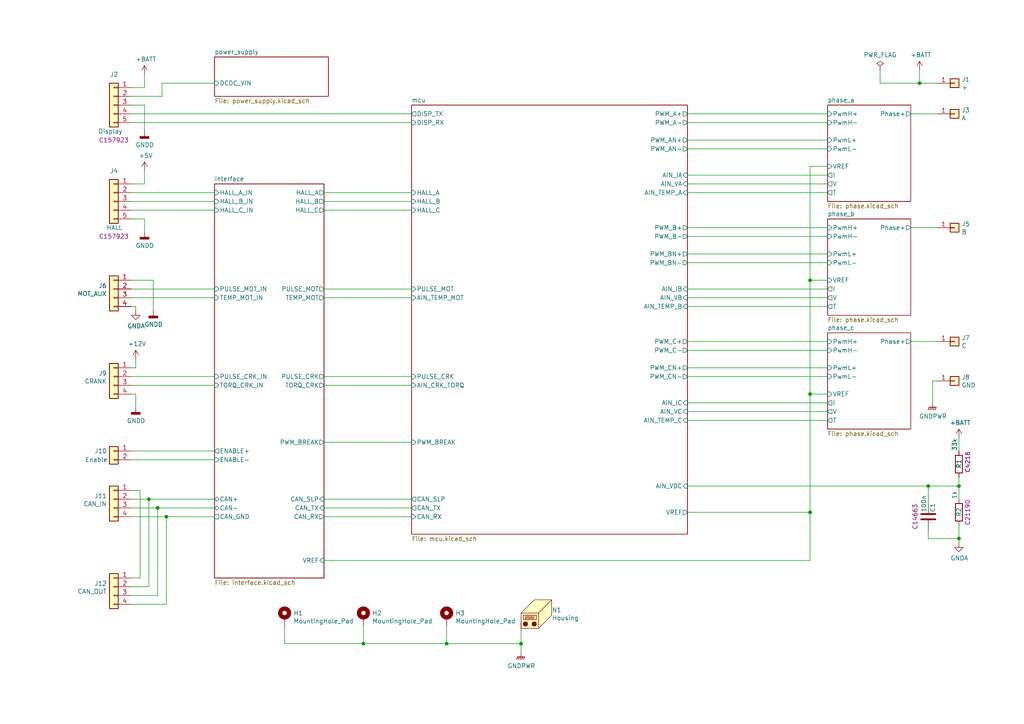
<source format=kicad_sch>
(kicad_sch (version 20211123) (generator eeschema)
  (paper "A4")
  (title_block (title "UNIMOC Hardware 4850") (date "2021-03-28") (rev "2") (company "Thunderdrive GmbH") (comment 4 "Autor: Alexander Evers <tecnologic86@gmail.com>"))
  (lib_symbols
    (symbol "Connector_Generic:Conn_01x01" (pin_names (offset 1.016) hide)
      (property "Reference" "J" (at 0 2.54 0))
      (property "Value" "Conn_01x01" (at 0 -2.54 0))
      (symbol "Conn_01x01_1_1"
        (rectangle (start -1.27 0.127) (end 0 -0.127) (stroke (width 0.1524)))
        (rectangle (start -1.27 1.27) (end 1.27 -1.27) (stroke (width 0.254)) (fill (type background)))
        (pin passive line (at -5.08 0 0) (length 3.81) (name "Pin_1") (number "1"))
      )
    )
    (symbol "Connector_Generic:Conn_01x02" (pin_names (offset 1.016) hide)
      (property "Reference" "J" (at 0 2.54 0))
      (property "Value" "Conn_01x02" (at 0 -5.08 0))
      (symbol "Conn_01x02_1_1"
        (rectangle (start -1.27 -2.413) (end 0 -2.667) (stroke (width 0.1524)))
        (rectangle (start -1.27 0.127) (end 0 -0.127) (stroke (width 0.1524)))
        (rectangle (start -1.27 1.27) (end 1.27 -3.81) (stroke (width 0.254)) (fill (type background)))
        (pin passive line (at -5.08 0 0) (length 3.81) (name "Pin_1") (number "1"))
        (pin passive line (at -5.08 -2.54 0) (length 3.81) (name "Pin_2") (number "2"))
      )
    )
    (symbol "Connector_Generic:Conn_01x04" (pin_names (offset 1.016) hide)
      (property "Reference" "J" (at 0 5.08 0))
      (property "Value" "Conn_01x04" (at 0 -7.62 0))
      (symbol "Conn_01x04_1_1"
        (rectangle (start -1.27 -4.953) (end 0 -5.207) (stroke (width 0.1524)))
        (rectangle (start -1.27 -2.413) (end 0 -2.667) (stroke (width 0.1524)))
        (rectangle (start -1.27 0.127) (end 0 -0.127) (stroke (width 0.1524)))
        (rectangle (start -1.27 2.667) (end 0 2.413) (stroke (width 0.1524)))
        (rectangle (start -1.27 3.81) (end 1.27 -6.35) (stroke (width 0.254)) (fill (type background)))
        (pin passive line (at -5.08 2.54 0) (length 3.81) (name "Pin_1") (number "1"))
        (pin passive line (at -5.08 0 0) (length 3.81) (name "Pin_2") (number "2"))
        (pin passive line (at -5.08 -2.54 0) (length 3.81) (name "Pin_3") (number "3"))
        (pin passive line (at -5.08 -5.08 0) (length 3.81) (name "Pin_4") (number "4"))
      )
    )
    (symbol "Connector_Generic:Conn_01x05" (pin_names (offset 1.016) hide)
      (property "Reference" "J" (at 0 7.62 0))
      (property "Value" "Conn_01x05" (at 0 -7.62 0))
      (symbol "Conn_01x05_1_1"
        (rectangle (start -1.27 -4.953) (end 0 -5.207) (stroke (width 0.1524)))
        (rectangle (start -1.27 -2.413) (end 0 -2.667) (stroke (width 0.1524)))
        (rectangle (start -1.27 0.127) (end 0 -0.127) (stroke (width 0.1524)))
        (rectangle (start -1.27 2.667) (end 0 2.413) (stroke (width 0.1524)))
        (rectangle (start -1.27 5.207) (end 0 4.953) (stroke (width 0.1524)))
        (rectangle (start -1.27 6.35) (end 1.27 -6.35) (stroke (width 0.254)) (fill (type background)))
        (pin passive line (at -5.08 5.08 0) (length 3.81) (name "Pin_1") (number "1"))
        (pin passive line (at -5.08 2.54 0) (length 3.81) (name "Pin_2") (number "2"))
        (pin passive line (at -5.08 0 0) (length 3.81) (name "Pin_3") (number "3"))
        (pin passive line (at -5.08 -2.54 0) (length 3.81) (name "Pin_4") (number "4"))
        (pin passive line (at -5.08 -5.08 0) (length 3.81) (name "Pin_5") (number "5"))
      )
    )
    (symbol "Device:C" (pin_numbers hide) (pin_names (offset 0.254))
      (property "Reference" "C" (at 0.635 2.54 0))
      (property "Value" "C" (at 0.635 -2.54 0))
      (symbol "C_0_1"
        (polyline (pts (xy -2.032 -0.762) (xy 2.032 -0.762)) (stroke (width 0.508)))
        (polyline (pts (xy -2.032 0.762) (xy 2.032 0.762)) (stroke (width 0.508)))
      )
      (symbol "C_1_1"
        (pin passive line (at 0 3.81 270) (length 2.794) (name "~") (number "1"))
        (pin passive line (at 0 -3.81 90) (length 2.794) (name "~") (number "2"))
      )
    )
    (symbol "Device:R" (pin_numbers hide) (pin_names (offset 0))
      (property "Reference" "R" (at 2.032 0 90))
      (property "Value" "R" (at 0 0 90))
      (symbol "R_0_1"
        (rectangle (start -1.016 -2.54) (end 1.016 2.54) (stroke (width 0.254)))
      )
      (symbol "R_1_1"
        (pin passive line (at 0 3.81 270) (length 1.27) (name "~") (number "1"))
        (pin passive line (at 0 -3.81 90) (length 1.27) (name "~") (number "2"))
      )
    )
    (symbol "Mechanical:Housing_Pad" (pin_numbers hide) (pin_names (offset 1.016) hide)
      (property "Reference" "N" (at 4.445 0 0))
      (property "Value" "Housing_Pad" (at 4.445 -1.905 0))
      (symbol "Housing_Pad_0_1"
        (rectangle (start -4.445 -0.635) (end -0.635 -1.905))
        (circle (center -3.81 -3.175) (radius 0.635) (fill (type outline)))
        (circle (center -1.27 -3.175) (radius 0.635) (fill (type outline)))
        (polyline (pts (xy -3.8862 -1.5748) (xy -3.8354 -1.3716)))
        (polyline (pts (xy -3.7846 -1.6764) (xy -3.429 -1.6764)))
        (polyline (pts (xy -3.7846 -1.2192) (xy -3.7338 -0.9652)))
        (polyline (pts (xy -3.683 -1.3208) (xy -3.3782 -1.3208)))
        (polyline (pts (xy -3.5814 -0.9144) (xy -3.2766 -0.9144)))
        (polyline (pts (xy -3.2766 -1.6256) (xy -3.2258 -1.3716)))
        (polyline (pts (xy -3.175 -1.2192) (xy -3.1242 -0.9652)))
        (polyline (pts (xy -2.9718 -1.5748) (xy -2.921 -1.3716)))
        (polyline (pts (xy -2.8702 -1.6764) (xy -2.5146 -1.6764)))
        (polyline (pts (xy -2.8702 -1.2192) (xy -2.8194 -0.9652)))
        (polyline (pts (xy -2.7686 -1.3208) (xy -2.4638 -1.3208)))
        (polyline (pts (xy -2.667 -0.9144) (xy -2.3622 -0.9144)))
        (polyline (pts (xy -2.3622 -1.6256) (xy -2.3114 -1.3716)))
        (polyline (pts (xy -2.2606 -1.2192) (xy -2.2098 -0.9652)))
        (polyline (pts (xy -2.0574 -1.5748) (xy -2.0066 -1.3716)))
        (polyline (pts (xy -1.9558 -1.6764) (xy -1.6002 -1.6764)))
        (polyline (pts (xy -1.9558 -1.2192) (xy -1.905 -0.9652)))
        (polyline (pts (xy -1.8542 -1.3208) (xy -1.5494 -1.3208)))
        (polyline (pts (xy -1.7526 -0.9144) (xy -1.4478 -0.9144)))
        (polyline (pts (xy -1.4478 -1.6256) (xy -1.397 -1.3716)))
        (polyline (pts (xy -1.3462 -1.2192) (xy -1.2954 -0.9652)))
        (polyline (pts (xy 0 0) (xy 0 -4.445)))
        (polyline (pts (xy -5.08 0) (xy 0 0) (xy 3.81 3.81)))
        (polyline (pts (xy -5.08 0) (xy -5.08 -4.445) (xy 0 -4.445) (xy 3.81 -0.635) (xy 3.81 3.81) (xy -1.27 3.81) (xy -5.08 0)) (fill (type background)))
      )
      (symbol "Housing_Pad_1_1"
        (pin input line (at -5.08 -5.08 90) (length 2.54) (name "PAD") (number "1"))
      )
    )
    (symbol "Mechanical:MountingHole_Pad" (pin_numbers hide) (pin_names (offset 1.016) hide)
      (property "Reference" "H" (at 0 6.35 0))
      (property "Value" "MountingHole_Pad" (at 0 4.445 0))
      (symbol "MountingHole_Pad_0_1"
        (circle (center 0 1.27) (radius 1.27) (stroke (width 1.27)))
      )
      (symbol "MountingHole_Pad_1_1"
        (pin input line (at 0 -2.54 90) (length 2.54) (name "1") (number "1"))
      )
    )
    (symbol "power:+12V" (power) (pin_names (offset 0))
      (property "Value" "+12V" (at 0 3.556 0))
      (symbol "+12V_0_1"
        (polyline (pts (xy -0.762 1.27) (xy 0 2.54)))
        (polyline (pts (xy 0 0) (xy 0 2.54)))
        (polyline (pts (xy 0 2.54) (xy 0.762 1.27)))
      )
      (symbol "+12V_1_1"
        (pin power_in line (at 0 0 90) (length 0) hide (name "+12V") (number "1"))
      )
    )
    (symbol "power:+5V" (power) (pin_names (offset 0))
      (property "Value" "+5V" (at 0 3.556 0))
      (symbol "+5V_0_1"
        (polyline (pts (xy -0.762 1.27) (xy 0 2.54)))
        (polyline (pts (xy 0 0) (xy 0 2.54)))
        (polyline (pts (xy 0 2.54) (xy 0.762 1.27)))
      )
      (symbol "+5V_1_1"
        (pin power_in line (at 0 0 90) (length 0) hide (name "+5V") (number "1"))
      )
    )
    (symbol "power:+BATT" (power) (pin_names (offset 0))
      (property "Value" "+BATT" (at 0 3.556 0))
      (symbol "+BATT_0_1"
        (polyline (pts (xy -0.762 1.27) (xy 0 2.54)))
        (polyline (pts (xy 0 0) (xy 0 2.54)))
        (polyline (pts (xy 0 2.54) (xy 0.762 1.27)))
      )
      (symbol "+BATT_1_1"
        (pin power_in line (at 0 0 90) (length 0) hide (name "+BATT") (number "1"))
      )
    )
    (symbol "power:GNDA" (power) (pin_names (offset 0))
      (property "Value" "GNDA" (at 0 -3.81 0))
      (symbol "GNDA_0_1"
        (polyline (pts (xy 0 0) (xy 0 -1.27) (xy 1.27 -1.27) (xy 0 -2.54) (xy -1.27 -1.27) (xy 0 -1.27)))
      )
      (symbol "GNDA_1_1"
        (pin power_in line (at 0 0 270) (length 0) hide (name "GNDA") (number "1"))
      )
    )
    (symbol "power:GNDD" (power) (pin_names (offset 0))
      (property "Value" "GNDD" (at 0 -3.175 0))
      (symbol "GNDD_0_1"
        (rectangle (start -1.27 -1.524) (end 1.27 -2.032) (stroke (width 0.254)) (fill (type outline)))
        (polyline (pts (xy 0 0) (xy 0 -1.524)))
      )
      (symbol "GNDD_1_1"
        (pin power_in line (at 0 0 270) (length 0) hide (name "GNDD") (number "1"))
      )
    )
    (symbol "power:GNDPWR" (power) (pin_names (offset 0))
      (property "Value" "GNDPWR" (at 0 -3.302 0))
      (symbol "GNDPWR_0_1"
        (polyline (pts (xy 0 -1.27) (xy 0 0)))
        (polyline (pts (xy -1.016 -1.27) (xy -1.27 -2.032) (xy -1.27 -2.032)) (stroke (width 0.2032)))
        (polyline (pts (xy -0.508 -1.27) (xy -0.762 -2.032) (xy -0.762 -2.032)) (stroke (width 0.2032)))
        (polyline (pts (xy 0 -1.27) (xy -0.254 -2.032) (xy -0.254 -2.032)) (stroke (width 0.2032)))
        (polyline (pts (xy 0.508 -1.27) (xy 0.254 -2.032) (xy 0.254 -2.032)) (stroke (width 0.2032)))
        (polyline (pts (xy 1.016 -1.27) (xy -1.016 -1.27) (xy -1.016 -1.27)) (stroke (width 0.2032)))
        (polyline (pts (xy 1.016 -1.27) (xy 0.762 -2.032) (xy 0.762 -2.032) (xy 0.762 -2.032)) (stroke (width 0.2032)))
      )
      (symbol "GNDPWR_1_1"
        (pin power_in line (at 0 0 270) (length 0) hide (name "GNDPWR") (number "1"))
      )
    )
    (symbol "power:PWR_FLAG" (power) (pin_numbers hide) (pin_names (offset 0) hide)
      (property "Value" "PWR_FLAG" (at 0 3.81 0))
      (symbol "PWR_FLAG_0_0"
        (pin power_out line (at 0 0 90) (length 0) (name "pwr") (number "1"))
      )
      (symbol "PWR_FLAG_0_1"
        (polyline (pts (xy 0 0) (xy 0 1.27) (xy -1.016 1.905) (xy 0 2.54) (xy 1.016 1.905) (xy 0 1.27)))
      )
    )
  )
  (junction (at 48.26 149.86))
  (junction (at 43.18 144.78))
  (junction (at 234.95 148.59))
  (junction (at 151.13 186.69))
  (junction (at 278.13 156.21))
  (junction (at 234.95 81.28))
  (junction (at 105.41 186.69))
  (junction (at 129.54 186.69))
  (junction (at 278.13 140.97))
  (junction (at 45.72 147.32))
  (junction (at 234.95 114.3))
  (junction (at 269.24 140.97))
  (junction (at 266.7 24.13))
  (wire (pts (xy 271.78 99.06) (xy 264.16 99.06)))
  (wire (pts (xy 41.91 53.34) (xy 41.91 49.53)))
  (wire (pts (xy 151.13 186.69) (xy 129.54 186.69)))
  (wire (pts (xy 38.1 53.34) (xy 41.91 53.34)))
  (wire (pts (xy 240.03 55.88) (xy 199.39 55.88)))
  (wire (pts (xy 266.7 24.13) (xy 255.27 24.13)))
  (wire (pts (xy 38.1 149.86) (xy 48.26 149.86)))
  (wire (pts (xy 38.1 130.81) (xy 62.23 130.81)))
  (wire (pts (xy 45.72 147.32) (xy 45.72 172.72)))
  (wire (pts (xy 38.1 86.36) (xy 62.23 86.36)))
  (wire (pts (xy 82.55 186.69) (xy 82.55 181.61)))
  (wire (pts (xy 38.1 25.4) (xy 41.91 25.4)))
  (wire (pts (xy 119.38 144.78) (xy 93.98 144.78)))
  (wire (pts (xy 46.99 24.13) (xy 62.23 24.13)))
  (wire (pts (xy 38.1 55.88) (xy 62.23 55.88)))
  (wire (pts (xy 234.95 162.56) (xy 234.95 148.59)))
  (wire (pts (xy 151.13 186.69) (xy 151.13 189.23)))
  (wire (pts (xy 269.24 146.05) (xy 269.24 140.97)))
  (wire (pts (xy 240.03 101.6) (xy 199.39 101.6)))
  (wire (pts (xy 93.98 109.22) (xy 119.38 109.22)))
  (wire (pts (xy 199.39 140.97) (xy 269.24 140.97)))
  (wire (pts (xy 41.91 30.48) (xy 38.1 30.48)))
  (wire (pts (xy 129.54 186.69) (xy 129.54 181.61)))
  (wire (pts (xy 41.91 63.5) (xy 41.91 67.31)))
  (wire (pts (xy 234.95 148.59) (xy 234.95 114.3)))
  (wire (pts (xy 93.98 128.27) (xy 119.38 128.27)))
  (wire (pts (xy 240.03 66.04) (xy 199.39 66.04)))
  (wire (pts (xy 278.13 157.48) (xy 278.13 156.21)))
  (wire (pts (xy 240.03 114.3) (xy 234.95 114.3)))
  (wire (pts (xy 234.95 81.28) (xy 234.95 48.26)))
  (wire (pts (xy 266.7 24.13) (xy 266.7 20.32)))
  (wire (pts (xy 240.03 116.84) (xy 199.39 116.84)))
  (wire (pts (xy 93.98 111.76) (xy 119.38 111.76)))
  (wire (pts (xy 62.23 144.78) (xy 43.18 144.78)))
  (wire (pts (xy 38.1 111.76) (xy 62.23 111.76)))
  (wire (pts (xy 269.24 156.21) (xy 269.24 153.67)))
  (wire (pts (xy 93.98 58.42) (xy 119.38 58.42)))
  (wire (pts (xy 240.03 76.2) (xy 199.39 76.2)))
  (wire (pts (xy 199.39 86.36) (xy 240.03 86.36)))
  (wire (pts (xy 93.98 147.32) (xy 119.38 147.32)))
  (wire (pts (xy 278.13 152.4) (xy 278.13 156.21)))
  (wire (pts (xy 62.23 149.86) (xy 48.26 149.86)))
  (wire (pts (xy 41.91 25.4) (xy 41.91 21.59)))
  (wire (pts (xy 38.1 133.35) (xy 62.23 133.35)))
  (wire (pts (xy 44.45 81.28) (xy 44.45 90.17)))
  (wire (pts (xy 38.1 81.28) (xy 44.45 81.28)))
  (wire (pts (xy 240.03 35.56) (xy 199.39 35.56)))
  (wire (pts (xy 240.03 68.58) (xy 199.39 68.58)))
  (wire (pts (xy 38.1 167.64) (xy 40.64 167.64)))
  (wire (pts (xy 38.1 172.72) (xy 45.72 172.72)))
  (wire (pts (xy 62.23 60.96) (xy 38.1 60.96)))
  (wire (pts (xy 39.37 106.68) (xy 39.37 104.14)))
  (wire (pts (xy 199.39 53.34) (xy 240.03 53.34)))
  (wire (pts (xy 48.26 175.26) (xy 38.1 175.26)))
  (wire (pts (xy 234.95 114.3) (xy 234.95 81.28)))
  (wire (pts (xy 199.39 33.02) (xy 240.03 33.02)))
  (wire (pts (xy 40.64 142.24) (xy 38.1 142.24)))
  (wire (pts (xy 234.95 48.26) (xy 240.03 48.26)))
  (wire (pts (xy 151.13 182.88) (xy 151.13 186.69)))
  (wire (pts (xy 278.13 130.81) (xy 278.13 127)))
  (wire (pts (xy 39.37 114.3) (xy 39.37 118.11)))
  (wire (pts (xy 199.39 119.38) (xy 240.03 119.38)))
  (wire (pts (xy 38.1 147.32) (xy 45.72 147.32)))
  (wire (pts (xy 255.27 24.13) (xy 255.27 20.32)))
  (wire (pts (xy 271.78 33.02) (xy 264.16 33.02)))
  (wire (pts (xy 41.91 30.48) (xy 41.91 38.1)))
  (wire (pts (xy 40.64 167.64) (xy 40.64 142.24)))
  (wire (pts (xy 234.95 148.59) (xy 199.39 148.59)))
  (wire (pts (xy 38.1 144.78) (xy 43.18 144.78)))
  (wire (pts (xy 38.1 27.94) (xy 46.99 27.94)))
  (wire (pts (xy 38.1 114.3) (xy 39.37 114.3)))
  (wire (pts (xy 271.78 24.13) (xy 266.7 24.13)))
  (wire (pts (xy 240.03 83.82) (xy 199.39 83.82)))
  (wire (pts (xy 278.13 156.21) (xy 269.24 156.21)))
  (wire (pts (xy 38.1 33.02) (xy 119.38 33.02)))
  (wire (pts (xy 270.51 110.49) (xy 270.51 116.84)))
  (wire (pts (xy 240.03 50.8) (xy 199.39 50.8)))
  (wire (pts (xy 38.1 35.56) (xy 119.38 35.56)))
  (wire (pts (xy 38.1 109.22) (xy 62.23 109.22)))
  (wire (pts (xy 119.38 149.86) (xy 93.98 149.86)))
  (wire (pts (xy 240.03 81.28) (xy 234.95 81.28)))
  (wire (pts (xy 240.03 99.06) (xy 199.39 99.06)))
  (wire (pts (xy 46.99 27.94) (xy 46.99 24.13)))
  (wire (pts (xy 199.39 88.9) (xy 240.03 88.9)))
  (wire (pts (xy 38.1 63.5) (xy 41.91 63.5)))
  (wire (pts (xy 119.38 55.88) (xy 93.98 55.88)))
  (wire (pts (xy 62.23 147.32) (xy 45.72 147.32)))
  (wire (pts (xy 105.41 186.69) (xy 105.41 181.61)))
  (wire (pts (xy 38.1 106.68) (xy 39.37 106.68)))
  (wire (pts (xy 271.78 110.49) (xy 270.51 110.49)))
  (wire (pts (xy 43.18 170.18) (xy 38.1 170.18)))
  (wire (pts (xy 43.18 144.78) (xy 43.18 170.18)))
  (wire (pts (xy 38.1 83.82) (xy 62.23 83.82)))
  (wire (pts (xy 199.39 109.22) (xy 240.03 109.22)))
  (wire (pts (xy 129.54 186.69) (xy 105.41 186.69)))
  (wire (pts (xy 271.78 66.04) (xy 264.16 66.04)))
  (wire (pts (xy 38.1 88.9) (xy 39.37 88.9)))
  (wire (pts (xy 93.98 86.36) (xy 119.38 86.36)))
  (wire (pts (xy 240.03 40.64) (xy 199.39 40.64)))
  (wire (pts (xy 240.03 121.92) (xy 199.39 121.92)))
  (wire (pts (xy 240.03 73.66) (xy 199.39 73.66)))
  (wire (pts (xy 39.37 88.9) (xy 39.37 90.17)))
  (wire (pts (xy 38.1 58.42) (xy 62.23 58.42)))
  (wire (pts (xy 278.13 140.97) (xy 278.13 144.78)))
  (wire (pts (xy 278.13 138.43) (xy 278.13 140.97)))
  (wire (pts (xy 48.26 149.86) (xy 48.26 175.26)))
  (wire (pts (xy 105.41 186.69) (xy 82.55 186.69)))
  (wire (pts (xy 240.03 43.18) (xy 199.39 43.18)))
  (wire (pts (xy 93.98 162.56) (xy 234.95 162.56)))
  (wire (pts (xy 269.24 140.97) (xy 278.13 140.97)))
  (wire (pts (xy 240.03 106.68) (xy 199.39 106.68)))
  (wire (pts (xy 119.38 60.96) (xy 93.98 60.96)))
  (wire (pts (xy 119.38 83.82) (xy 93.98 83.82)))
  (symbol (lib_id "Connector_Generic:Conn_01x01") (at 276.86 33.02 0) (unit 1)
    (property "Reference" "J3" (at 278.892 31.9532 0) (effects (justify left)))
    (property "Value" "A" (at 278.892 34.2646 0) (effects (justify left)))
    (property "Footprint" "footprints:8X8X8.4MM TERMINAL" (effects hide))
  )
  (symbol (lib_id "Connector_Generic:Conn_01x01") (at 276.86 24.13 0) (unit 1)
    (property "Reference" "J1" (at 278.892 23.0632 0) (effects (justify left)))
    (property "Value" "+" (at 278.892 25.3746 0) (effects (justify left)))
    (property "Footprint" "footprints:8X8X8.4MM TERMINAL" (effects hide))
  )
  (symbol (lib_id "Connector_Generic:Conn_01x01") (at 276.86 66.04 0) (unit 1)
    (property "Reference" "J5" (at 278.892 64.9732 0) (effects (justify left)))
    (property "Value" "B" (at 278.892 67.2846 0) (effects (justify left)))
    (property "Footprint" "footprints:8X8X8.4MM TERMINAL" (effects hide))
  )
  (symbol (lib_id "Connector_Generic:Conn_01x01") (at 276.86 99.06 0) (unit 1)
    (property "Reference" "J7" (at 278.892 97.9932 0) (effects (justify left)))
    (property "Value" "C" (at 278.892 100.3046 0) (effects (justify left)))
    (property "Footprint" "footprints:8X8X8.4MM TERMINAL" (effects hide))
  )
  (symbol (lib_id "Connector_Generic:Conn_01x01") (at 276.86 110.49 0) (unit 1)
    (property "Reference" "J8" (at 278.892 109.4232 0) (effects (justify left)))
    (property "Value" "GND" (at 278.892 111.7346 0) (effects (justify left)))
    (property "Footprint" "footprints:8X8X8.4MM TERMINAL" (effects hide))
  )
  (symbol (lib_id "power:GNDPWR") (at 270.51 116.84 0) (unit 1)
    (property "Reference" "#PWR09" (effects hide))
    (property "Value" "GNDPWR" (at 270.6116 120.7516 0))
  )
  (symbol (lib_id "power:PWR_FLAG") (at 255.27 20.32 0) (unit 1)
    (property "Reference" "#FLG01" (effects hide))
    (property "Value" "PWR_FLAG" (at 255.27 15.9258 0))
  )
  (symbol (lib_id "Mechanical:Housing_Pad") (at 156.21 177.8 0) (unit 1)
    (property "Reference" "N1" (at 160.0962 176.9364 0) (effects (justify left)))
    (property "Value" "Housing" (at 160.0962 179.2478 0) (effects (justify left)))
    (property "Footprint" "footprints:RND-455-00370" (effects hide))
  )
  (symbol (lib_id "power:GNDPWR") (at 151.13 189.23 0) (unit 1)
    (property "Reference" "#PWR0108" (effects hide))
    (property "Value" "GNDPWR" (at 151.2316 193.1416 0))
  )
  (symbol (lib_id "Connector_Generic:Conn_01x05") (at 33.02 58.42 0) (mirror y) (unit 1)
    (property "Reference" "J4" (at 34.29 49.53 0) (effects (justify left)))
    (property "Value" "HALL" (at 35.56 66.04 0) (effects (justify left)))
    (property "Footprint" "Connector_JST:JST_PH_B5B-PH-K_1x05_P2.00mm_Vertical" (effects hide))
    (property "Part#" "C157923" (at 33.02 68.58 0))
  )
  (symbol (lib_id "power:GNDD") (at 41.91 67.31 0) (unit 1)
    (property "Reference" "#PWR05" (effects hide))
    (property "Value" "GNDD" (at 42.0116 71.247 0))
  )
  (symbol (lib_id "power:+5V") (at 41.91 49.53 0) (unit 1)
    (property "Reference" "#PWR04" (effects hide))
    (property "Value" "+5V" (at 42.291 45.1358 0))
  )
  (symbol (lib_id "Connector_Generic:Conn_01x04") (at 33.02 83.82 0) (mirror y) (unit 1)
    (property "Reference" "J6" (at 30.988 82.8802 0) (effects (justify left)))
    (property "Value" "MOT_AUX" (at 30.988 85.1916 0) (effects (justify left)))
    (property "Footprint" "Connector_JST:JST_PH_B4B-PH-K_1x04_P2.00mm_Vertical" (effects hide))
  )
  (symbol (lib_id "power:GNDD") (at 44.45 90.17 0) (unit 1)
    (property "Reference" "#PWR07" (effects hide))
    (property "Value" "GNDD" (at 44.5516 94.107 0))
  )
  (symbol (lib_id "power:GNDA") (at 39.37 90.17 0) (unit 1)
    (property "Reference" "#PWR06" (effects hide))
    (property "Value" "GNDA" (at 39.497 94.5642 0))
  )
  (symbol (lib_id "Connector_Generic:Conn_01x04") (at 33.02 109.22 0) (mirror y) (unit 1)
    (property "Reference" "J9" (at 30.988 108.2802 0) (effects (justify left)))
    (property "Value" "CRANK" (at 30.988 110.5916 0) (effects (justify left)))
    (property "Footprint" "Connector_JST:JST_PH_B4B-PH-K_1x04_P2.00mm_Vertical" (effects hide))
  )
  (symbol (lib_id "power:GNDD") (at 39.37 118.11 0) (unit 1)
    (property "Reference" "#PWR010" (effects hide))
    (property "Value" "GNDD" (at 39.4716 122.047 0))
  )
  (symbol (lib_id "power:+12V") (at 39.37 104.14 0) (unit 1)
    (property "Reference" "#PWR08" (effects hide))
    (property "Value" "+12V" (at 39.751 99.7458 0))
  )
  (symbol (lib_id "Connector_Generic:Conn_01x04") (at 33.02 144.78 0) (mirror y) (unit 1)
    (property "Reference" "J11" (at 30.988 143.8402 0) (effects (justify left)))
    (property "Value" "CAN_IN" (at 30.988 146.1516 0) (effects (justify left)))
    (property "Footprint" "Connector_JST:JST_PH_B4B-PH-K_1x04_P2.00mm_Vertical" (effects hide))
  )
  (symbol (lib_id "Connector_Generic:Conn_01x04") (at 33.02 170.18 0) (mirror y) (unit 1)
    (property "Reference" "J12" (at 30.988 169.2402 0) (effects (justify left)))
    (property "Value" "CAN_OUT" (at 30.988 171.5516 0) (effects (justify left)))
    (property "Footprint" "Connector_JST:JST_PH_B4B-PH-K_1x04_P2.00mm_Vertical" (effects hide))
  )
  (symbol (lib_id "Mechanical:MountingHole_Pad") (at 129.54 179.07 0) (unit 1)
    (property "Reference" "H3" (at 132.08 177.8254 0) (effects (justify left)))
    (property "Value" "MountingHole_Pad" (at 132.08 180.1368 0) (effects (justify left)))
    (property "Footprint" "MountingHole:MountingHole_3.2mm_M3_Pad_Via" (effects hide))
  )
  (symbol (lib_id "Mechanical:MountingHole_Pad") (at 105.41 179.07 0) (unit 1)
    (property "Reference" "H2" (at 107.95 177.8254 0) (effects (justify left)))
    (property "Value" "MountingHole_Pad" (at 107.95 180.1368 0) (effects (justify left)))
    (property "Footprint" "MountingHole:MountingHole_3.2mm_M3_Pad_Via" (effects hide))
  )
  (symbol (lib_id "Mechanical:MountingHole_Pad") (at 82.55 179.07 0) (unit 1)
    (property "Reference" "H1" (at 85.09 177.8254 0) (effects (justify left)))
    (property "Value" "MountingHole_Pad" (at 85.09 180.1368 0) (effects (justify left)))
    (property "Footprint" "MountingHole:MountingHole_3.2mm_M3_Pad_Via" (effects hide))
  )
  (symbol (lib_id "Connector_Generic:Conn_01x02") (at 33.02 130.81 0) (mirror y) (unit 1)
    (property "Reference" "J10" (at 29.21 130.81 0))
    (property "Value" "Enable" (at 27.94 133.35 0))
    (property "Footprint" "Connector_JST:JST_PH_B2B-PH-K_1x02_P2.00mm_Vertical" (effects hide))
  )
  (symbol (lib_id "power:+BATT") (at 278.13 127 0) (unit 1)
    (property "Reference" "#PWR011" (effects hide))
    (property "Value" "+BATT" (at 278.511 122.6058 0))
  )
  (symbol (lib_id "power:GNDA") (at 278.13 157.48 0) (unit 1)
    (property "Reference" "#PWR012" (effects hide))
    (property "Value" "GNDA" (at 278.257 161.8742 0))
  )
  (symbol (lib_id "Device:C") (at 269.24 149.86 0) (mirror y) (unit 1)
    (property "Reference" "C1" (at 270.51 148.59 90) (effects (justify left)))
    (property "Value" "100n" (at 267.97 148.59 90) (effects (justify left)))
    (property "Footprint" "Capacitor_SMD:C_0603_1608Metric" (effects hide))
    (property "LCSC#" "C14663" (at 265.43 149.86 90))
  )
  (symbol (lib_id "Device:R") (at 278.13 134.62 0) (unit 1)
    (property "Reference" "R1" (at 278.13 135.89 90) (effects (justify left)))
    (property "Value" "33k" (at 276.86 130.81 90) (effects (justify left)))
    (property "Footprint" "Resistor_SMD:R_0603_1608Metric" (effects hide))
    (property "LCSC#" "C4216" (at 280.67 137.16 90) (effects (justify left)))
  )
  (symbol (lib_id "Device:R") (at 278.13 148.59 0) (unit 1)
    (property "Reference" "R2" (at 278.13 149.86 90) (effects (justify left)))
    (property "Value" "1k" (at 276.86 144.78 90) (effects (justify left)))
    (property "Footprint" "Resistor_SMD:R_0603_1608Metric" (effects hide))
    (property "LCSC#" "C21190" (at 280.67 152.4 90) (effects (justify left)))
  )
  (symbol (lib_id "Connector_Generic:Conn_01x05") (at 33.02 30.48 0) (mirror y) (unit 1)
    (property "Reference" "J2" (at 34.29 21.59 0) (effects (justify left)))
    (property "Value" "Display" (at 35.56 38.1 0) (effects (justify left)))
    (property "Footprint" "Connector_JST:JST_PH_B5B-PH-K_1x05_P2.00mm_Vertical" (effects hide))
    (property "Part#" "C157923" (at 33.02 40.64 0))
  )
  (symbol (lib_id "power:+BATT") (at 266.7 20.32 0) (unit 1)
    (property "Reference" "#PWR01" (effects hide))
    (property "Value" "+BATT" (at 267.081 15.9258 0))
  )
  (symbol (lib_id "power:+BATT") (at 41.91 21.59 0) (unit 1)
    (property "Reference" "#PWR02" (effects hide))
    (property "Value" "+BATT" (at 42.291 17.1958 0))
  )
  (symbol (lib_id "power:GNDD") (at 41.91 38.1 0) (unit 1)
    (property "Reference" "#PWR03" (effects hide))
    (property "Value" "GNDD" (at 42.0116 42.037 0))
  )
  (sheet (at 240.03 30.48) (size 24.13 27.94)
    (property "Sheet name" "phase_a" (at 240.03 29.7684 0) (effects (justify left bottom)))
    (property "Sheet file" "phase.kicad_sch" (at 240.03 59.0046 0) (effects (justify left top)))
    (pin "PwmH+" input (at 240.03 33.02 180))
    (pin "PwmH-" input (at 240.03 35.56 180))
    (pin "PwmL+" input (at 240.03 40.64 180))
    (pin "PwmL-" input (at 240.03 43.18 180))
    (pin "I" output (at 240.03 50.8 180))
    (pin "VREF" input (at 240.03 48.26 180))
    (pin "V" output (at 240.03 53.34 180))
    (pin "T" output (at 240.03 55.88 180))
    (pin "Phase+" output (at 264.16 33.02 0))
  )
  (sheet (at 240.03 63.5) (size 24.13 27.94)
    (property "Sheet name" "phase_b" (at 240.03 62.7884 0) (effects (justify left bottom)))
    (property "Sheet file" "phase.kicad_sch" (at 240.03 92.0246 0) (effects (justify left top)))
    (pin "I" output (at 240.03 83.82 180))
    (pin "PwmH+" input (at 240.03 66.04 180))
    (pin "VREF" input (at 240.03 81.28 180))
    (pin "PwmH-" input (at 240.03 68.58 180))
    (pin "PwmL+" input (at 240.03 73.66 180))
    (pin "PwmL-" input (at 240.03 76.2 180))
    (pin "V" output (at 240.03 86.36 180))
    (pin "T" output (at 240.03 88.9 180))
    (pin "Phase+" output (at 264.16 66.04 0))
  )
  (sheet (at 240.03 96.52) (size 24.13 27.94)
    (property "Sheet name" "phase_c" (at 240.03 95.8084 0) (effects (justify left bottom)))
    (property "Sheet file" "phase.kicad_sch" (at 240.03 125.0446 0) (effects (justify left top)))
    (pin "I" output (at 240.03 116.84 180))
    (pin "PwmH+" input (at 240.03 99.06 180))
    (pin "VREF" input (at 240.03 114.3 180))
    (pin "PwmH-" input (at 240.03 101.6 180))
    (pin "PwmL+" input (at 240.03 106.68 180))
    (pin "PwmL-" input (at 240.03 109.22 180))
    (pin "V" output (at 240.03 119.38 180))
    (pin "T" output (at 240.03 121.92 180))
    (pin "Phase+" output (at 264.16 99.06 0))
  )
  (sheet (at 62.23 16.51) (size 33.02 11.43)
    (property "Sheet name" "power_supply" (at 62.23 15.7984 0) (effects (justify left bottom)))
    (property "Sheet file" "power_supply.kicad_sch" (at 62.23 28.5246 0) (effects (justify left top)))
    (pin "DCDC_VIN" input (at 62.23 24.13 180))
  )
  (sheet (at 119.38 30.48) (size 80.01 124.46)
    (property "Sheet name" "mcu" (at 119.38 29.7684 0) (effects (justify left bottom)))
    (property "Sheet file" "mcu.kicad_sch" (at 119.38 155.5246 0) (effects (justify left top)))
    (pin "VREF" output (at 199.39 148.59 0))
    (pin "PWM_BREAK" input (at 119.38 128.27 180))
    (pin "HALL_A" input (at 119.38 55.88 180))
    (pin "PWM_A+" output (at 199.39 33.02 0))
    (pin "PWM_B+" output (at 199.39 66.04 0))
    (pin "PWM_C+" output (at 199.39 99.06 0))
    (pin "PWM_AN+" output (at 199.39 40.64 0))
    (pin "PWM_BN+" output (at 199.39 73.66 0))
    (pin "PWM_CN+" output (at 199.39 106.68 0))
    (pin "HALL_B" input (at 119.38 58.42 180))
    (pin "HALL_C" input (at 119.38 60.96 180))
    (pin "DISP_TX" output (at 119.38 33.02 180))
    (pin "DISP_RX" input (at 119.38 35.56 180))
    (pin "CAN_RX" input (at 119.38 149.86 180))
    (pin "CAN_TX" output (at 119.38 147.32 180))
    (pin "AIN_IA" input (at 199.39 50.8 0))
    (pin "AIN_IB" input (at 199.39 83.82 0))
    (pin "AIN_IC" input (at 199.39 116.84 0))
    (pin "AIN_VDC" input (at 199.39 140.97 0))
    (pin "PWM_A-" output (at 199.39 35.56 0))
    (pin "PWM_B-" output (at 199.39 68.58 0))
    (pin "PWM_C-" output (at 199.39 101.6 0))
    (pin "PWM_AN-" output (at 199.39 43.18 0))
    (pin "PWM_BN-" output (at 199.39 76.2 0))
    (pin "PWM_CN-" output (at 199.39 109.22 0))
    (pin "CAN_SLP" output (at 119.38 144.78 180))
    (pin "AIN_TEMP_MOT" input (at 119.38 86.36 180))
    (pin "AIN_CRK_TORQ" input (at 119.38 111.76 180))
    (pin "PULSE_MOT" input (at 119.38 83.82 180))
    (pin "PULSE_CRK" input (at 119.38 109.22 180))
    (pin "AIN_TEMP_A" input (at 199.39 55.88 0))
    (pin "AIN_VA" input (at 199.39 53.34 0))
    (pin "AIN_TEMP_B" input (at 199.39 88.9 0))
    (pin "AIN_TEMP_C" input (at 199.39 121.92 0))
    (pin "AIN_VB" input (at 199.39 86.36 0))
    (pin "AIN_VC" input (at 199.39 119.38 0))
  )
  (sheet (at 62.23 53.34) (size 31.75 114.3)
    (property "Sheet name" "Interface" (at 62.23 52.6284 0) (effects (justify left bottom)))
    (property "Sheet file" "interface.kicad_sch" (at 62.23 168.2246 0) (effects (justify left top)))
    (pin "VREF" input (at 93.98 162.56 0))
    (pin "HALL_A_IN" input (at 62.23 55.88 180))
    (pin "HALL_B_IN" input (at 62.23 58.42 180))
    (pin "HALL_C_IN" input (at 62.23 60.96 180))
    (pin "PULSE_MOT_IN" input (at 62.23 83.82 180))
    (pin "TEMP_MOT_IN" input (at 62.23 86.36 180))
    (pin "HALL_A" output (at 93.98 55.88 0))
    (pin "HALL_B" output (at 93.98 58.42 0))
    (pin "HALL_C" output (at 93.98 60.96 0))
    (pin "PULSE_MOT" output (at 93.98 83.82 0))
    (pin "TEMP_MOT" output (at 93.98 86.36 0))
    (pin "PULSE_CRK_IN" input (at 62.23 109.22 180))
    (pin "TORQ_CRK_IN" input (at 62.23 111.76 180))
    (pin "PULSE_CRK" output (at 93.98 109.22 0))
    (pin "TORQ_CRK" output (at 93.98 111.76 0))
    (pin "CAN_TX" input (at 93.98 147.32 0))
    (pin "CAN_RX" output (at 93.98 149.86 0))
    (pin "CAN+" bidirectional (at 62.23 144.78 180))
    (pin "CAN-" bidirectional (at 62.23 147.32 180))
    (pin "CAN_GND" passive (at 62.23 149.86 180))
    (pin "CAN_SLP" input (at 93.98 144.78 0))
    (pin "PWM_BREAK" output (at 93.98 128.27 0))
    (pin "ENABLE+" output (at 62.23 130.81 180))
    (pin "ENABLE-" input (at 62.23 133.35 180))
  )
)
</source>
